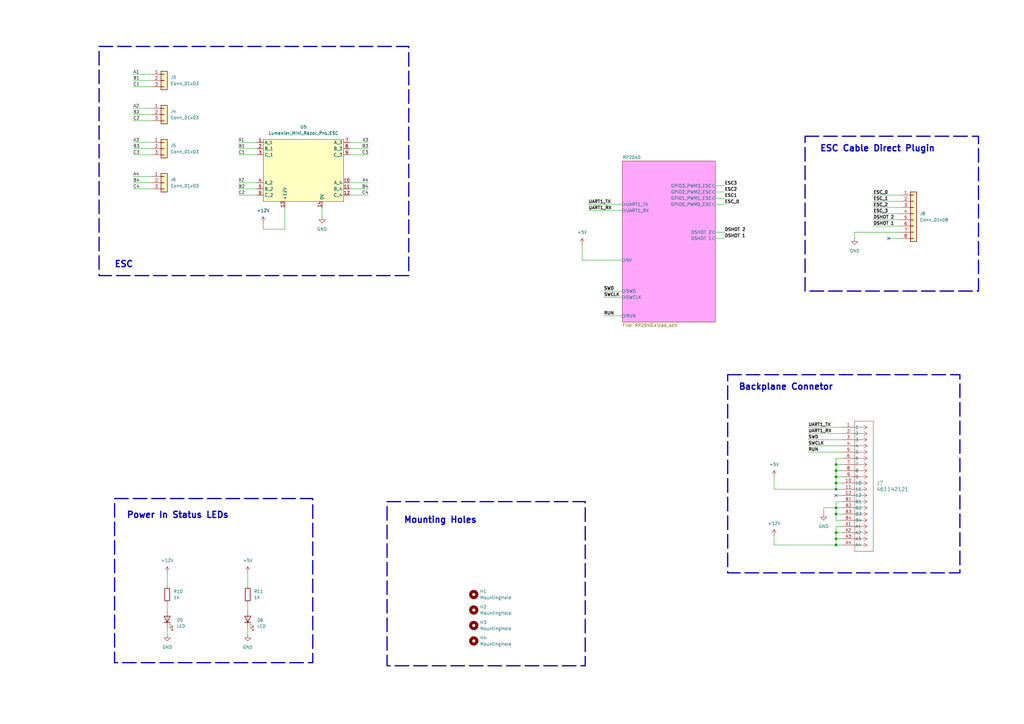
<source format=kicad_sch>
(kicad_sch (version 20231120) (generator "eeschema") (generator_version "8.0")
  (paper "A3")
  (lib_symbols
    (symbol "Connector_Generic:Conn_01x03" (pin_names (offset 1.016) hide)
      (property "Reference" "J" (at 0 5.08 0))
      (property "Value" "Conn_01x03" (at 0 -5.08 0))
      (symbol "Conn_01x03_1_1"
        (rectangle (start -1.27 -2.413) (end 0 -2.667) (stroke (width 0.1524)))
        (rectangle (start -1.27 0.127) (end 0 -0.127) (stroke (width 0.1524)))
        (rectangle (start -1.27 2.667) (end 0 2.413) (stroke (width 0.1524)))
        (rectangle (start -1.27 3.81) (end 1.27 -3.81) (stroke (width 0.254)) (fill (type background)))
        (pin passive line (at -5.08 2.54 0) (length 3.81) (name "Pin_1") (number "1"))
        (pin passive line (at -5.08 0 0) (length 3.81) (name "Pin_2") (number "2"))
        (pin passive line (at -5.08 -2.54 0) (length 3.81) (name "Pin_3") (number "3"))
      )
    )
    (symbol "Connector_Generic:Conn_01x08" (pin_names (offset 1.016) hide)
      (property "Reference" "J" (at 0 10.16 0))
      (property "Value" "Conn_01x08" (at 0 -12.7 0))
      (symbol "Conn_01x08_1_1"
        (rectangle (start -1.27 -10.033) (end 0 -10.287) (stroke (width 0.1524)))
        (rectangle (start -1.27 -7.493) (end 0 -7.747) (stroke (width 0.1524)))
        (rectangle (start -1.27 -4.953) (end 0 -5.207) (stroke (width 0.1524)))
        (rectangle (start -1.27 -2.413) (end 0 -2.667) (stroke (width 0.1524)))
        (rectangle (start -1.27 0.127) (end 0 -0.127) (stroke (width 0.1524)))
        (rectangle (start -1.27 2.667) (end 0 2.413) (stroke (width 0.1524)))
        (rectangle (start -1.27 5.207) (end 0 4.953) (stroke (width 0.1524)))
        (rectangle (start -1.27 7.747) (end 0 7.493) (stroke (width 0.1524)))
        (rectangle (start -1.27 8.89) (end 1.27 -11.43) (stroke (width 0.254)) (fill (type background)))
        (pin passive line (at -5.08 7.62 0) (length 3.81) (name "Pin_1") (number "1"))
        (pin passive line (at -5.08 5.08 0) (length 3.81) (name "Pin_2") (number "2"))
        (pin passive line (at -5.08 2.54 0) (length 3.81) (name "Pin_3") (number "3"))
        (pin passive line (at -5.08 0 0) (length 3.81) (name "Pin_4") (number "4"))
        (pin passive line (at -5.08 -2.54 0) (length 3.81) (name "Pin_5") (number "5"))
        (pin passive line (at -5.08 -5.08 0) (length 3.81) (name "Pin_6") (number "6"))
        (pin passive line (at -5.08 -7.62 0) (length 3.81) (name "Pin_7") (number "7"))
        (pin passive line (at -5.08 -10.16 0) (length 3.81) (name "Pin_8") (number "8"))
      )
    )
    (symbol "Device:LED" (pin_numbers hide) (pin_names (offset 1.016) hide)
      (property "Reference" "D" (at 0 2.54 0))
      (property "Value" "LED" (at 0 -2.54 0))
      (symbol "LED_0_1"
        (polyline (pts (xy -1.27 -1.27) (xy -1.27 1.27)) (stroke (width 0.254)))
        (polyline (pts (xy -1.27 0) (xy 1.27 0)))
        (polyline (pts (xy 1.27 -1.27) (xy 1.27 1.27) (xy -1.27 0) (xy 1.27 -1.27)) (stroke (width 0.254)))
        (polyline (pts (xy -3.048 -0.762) (xy -4.572 -2.286) (xy -3.81 -2.286) (xy -4.572 -2.286) (xy -4.572 -1.524)))
        (polyline (pts (xy -1.778 -0.762) (xy -3.302 -2.286) (xy -2.54 -2.286) (xy -3.302 -2.286) (xy -3.302 -1.524)))
      )
      (symbol "LED_1_1"
        (pin passive line (at -3.81 0 0) (length 2.54) (name "K") (number "1"))
        (pin passive line (at 3.81 0 180) (length 2.54) (name "A") (number "2"))
      )
    )
    (symbol "Device:R" (pin_numbers hide) (pin_names (offset 0))
      (property "Reference" "R" (at 2.032 0 90))
      (property "Value" "R" (at 0 0 90))
      (symbol "R_0_1"
        (rectangle (start -1.016 -2.54) (end 1.016 2.54) (stroke (width 0.254)))
      )
      (symbol "R_1_1"
        (pin passive line (at 0 3.81 270) (length 1.27) (name "~") (number "1"))
        (pin passive line (at 0 -3.81 90) (length 1.27) (name "~") (number "2"))
      )
    )
    (symbol "GND_1" (power) (pin_numbers hide) (pin_names (offset 0) hide)
      (property "Value" "GND" (at 0 -3.81 0))
      (symbol "GND_1_0_1"
        (polyline (pts (xy 0 0) (xy 0 -1.27) (xy 1.27 -1.27) (xy 0 -2.54) (xy -1.27 -1.27) (xy 0 -1.27)))
      )
      (symbol "GND_1_1_1"
        (pin power_in line (at 0 0 270) (length 0) (name "~") (number "1"))
      )
    )
    (symbol "Lumenier_Mini_Razor_Pro_ESC_1"
      (property "Reference" "U" (at 0 0 0))
      (property "Value" "Lumenier_Mini_Razor_Pro_ESC" (at 0 3.81 0))
      (symbol "Lumenier_Mini_Razor_Pro_ESC_1_1_1"
        (rectangle (start -16.51 12.7) (end 16.51 -12.7) (fill (type background)))
        (pin output line (at -19.05 11.43 0) (length 2.54) (name "A_1") (number "1"))
        (pin output line (at 19.05 -5.08 180) (length 2.54) (name "A_4") (number "10"))
        (pin output line (at 19.05 -7.62 180) (length 2.54) (name "B_4") (number "11"))
        (pin output line (at 19.05 -10.16 180) (length 2.54) (name "C_4") (number "12"))
        (pin power_in line (at -7.62 -15.24 90) (length 2.54) (name "+12V") (number "13"))
        (pin power_in line (at 7.62 -15.24 90) (length 2.54) (name "0V") (number "14"))
        (pin output line (at -19.05 8.89 0) (length 2.54) (name "B_1") (number "2"))
        (pin output line (at -19.05 6.35 0) (length 2.54) (name "C_1") (number "3"))
        (pin output line (at -19.05 -5.08 0) (length 2.54) (name "A_2") (number "4"))
        (pin output line (at -19.05 -7.62 0) (length 2.54) (name "B_2") (number "5"))
        (pin output line (at -19.05 -10.16 0) (length 2.54) (name "C_2") (number "6"))
        (pin output line (at 19.05 11.43 180) (length 2.54) (name "A_3") (number "7"))
        (pin output line (at 19.05 8.89 180) (length 2.54) (name "B_3") (number "8"))
        (pin output line (at 19.05 6.35 180) (length 2.54) (name "C_3") (number "9"))
      )
    )
    (symbol "Mechanical:MountingHole" (pin_names (offset 1.016)) (exclude_from_sim yes) (in_bom no)
      (property "Reference" "H" (at 0 5.08 0))
      (property "Value" "MountingHole" (at 0 3.175 0))
      (symbol "MountingHole_0_1"
        (circle (center 0 0) (radius 1.27) (stroke (width 1.27)))
      )
    )
    (symbol "molex_2024-08-21:461142121" (pin_names (offset 0.254))
      (property "Reference" "J" (at 8.89 6.35 0))
      (property "Value" "461142121" (at 0 0 0))
      (symbol "461142121_1_1"
        (polyline (pts (xy 5.08 -50.8) (xy 12.7 -50.8)) (stroke (width 0.127)))
        (polyline (pts (xy 5.08 2.54) (xy 5.08 -50.8)) (stroke (width 0.127)))
        (polyline (pts (xy 10.16 -48.26) (xy 5.08 -48.26)) (stroke (width 0.127)))
        (polyline (pts (xy 10.16 -48.26) (xy 8.89 -49.1067)) (stroke (width 0.127)))
        (polyline (pts (xy 10.16 -48.26) (xy 8.89 -47.4133)) (stroke (width 0.127)))
        (polyline (pts (xy 10.16 -45.72) (xy 5.08 -45.72)) (stroke (width 0.127)))
        (polyline (pts (xy 10.16 -45.72) (xy 8.89 -46.5667)) (stroke (width 0.127)))
        (polyline (pts (xy 10.16 -45.72) (xy 8.89 -44.8733)) (stroke (width 0.127)))
        (polyline (pts (xy 10.16 -43.18) (xy 5.08 -43.18)) (stroke (width 0.127)))
        (polyline (pts (xy 10.16 -43.18) (xy 8.89 -44.0267)) (stroke (width 0.127)))
        (polyline (pts (xy 10.16 -43.18) (xy 8.89 -42.3333)) (stroke (width 0.127)))
        (polyline (pts (xy 10.16 -40.64) (xy 5.08 -40.64)) (stroke (width 0.127)))
        (polyline (pts (xy 10.16 -40.64) (xy 8.89 -41.4867)) (stroke (width 0.127)))
        (polyline (pts (xy 10.16 -40.64) (xy 8.89 -39.7933)) (stroke (width 0.127)))
        (polyline (pts (xy 10.16 -38.1) (xy 5.08 -38.1)) (stroke (width 0.127)))
        (polyline (pts (xy 10.16 -38.1) (xy 8.89 -38.9467)) (stroke (width 0.127)))
        (polyline (pts (xy 10.16 -38.1) (xy 8.89 -37.2533)) (stroke (width 0.127)))
        (polyline (pts (xy 10.16 -35.56) (xy 5.08 -35.56)) (stroke (width 0.127)))
        (polyline (pts (xy 10.16 -35.56) (xy 8.89 -36.4067)) (stroke (width 0.127)))
        (polyline (pts (xy 10.16 -35.56) (xy 8.89 -34.7133)) (stroke (width 0.127)))
        (polyline (pts (xy 10.16 -33.02) (xy 5.08 -33.02)) (stroke (width 0.127)))
        (polyline (pts (xy 10.16 -33.02) (xy 8.89 -33.8667)) (stroke (width 0.127)))
        (polyline (pts (xy 10.16 -33.02) (xy 8.89 -32.1733)) (stroke (width 0.127)))
        (polyline (pts (xy 10.16 -30.48) (xy 5.08 -30.48)) (stroke (width 0.127)))
        (polyline (pts (xy 10.16 -30.48) (xy 8.89 -31.3267)) (stroke (width 0.127)))
        (polyline (pts (xy 10.16 -30.48) (xy 8.89 -29.6333)) (stroke (width 0.127)))
        (polyline (pts (xy 10.16 -27.94) (xy 5.08 -27.94)) (stroke (width 0.127)))
        (polyline (pts (xy 10.16 -27.94) (xy 8.89 -28.7867)) (stroke (width 0.127)))
        (polyline (pts (xy 10.16 -27.94) (xy 8.89 -27.0933)) (stroke (width 0.127)))
        (polyline (pts (xy 10.16 -25.4) (xy 5.08 -25.4)) (stroke (width 0.127)))
        (polyline (pts (xy 10.16 -25.4) (xy 8.89 -26.2467)) (stroke (width 0.127)))
        (polyline (pts (xy 10.16 -25.4) (xy 8.89 -24.5533)) (stroke (width 0.127)))
        (polyline (pts (xy 10.16 -22.86) (xy 5.08 -22.86)) (stroke (width 0.127)))
        (polyline (pts (xy 10.16 -22.86) (xy 8.89 -23.7067)) (stroke (width 0.127)))
        (polyline (pts (xy 10.16 -22.86) (xy 8.89 -22.0133)) (stroke (width 0.127)))
        (polyline (pts (xy 10.16 -20.32) (xy 5.08 -20.32)) (stroke (width 0.127)))
        (polyline (pts (xy 10.16 -20.32) (xy 8.89 -21.1667)) (stroke (width 0.127)))
        (polyline (pts (xy 10.16 -20.32) (xy 8.89 -19.4733)) (stroke (width 0.127)))
        (polyline (pts (xy 10.16 -17.78) (xy 5.08 -17.78)) (stroke (width 0.127)))
        (polyline (pts (xy 10.16 -17.78) (xy 8.89 -18.6267)) (stroke (width 0.127)))
        (polyline (pts (xy 10.16 -17.78) (xy 8.89 -16.9333)) (stroke (width 0.127)))
        (polyline (pts (xy 10.16 -15.24) (xy 5.08 -15.24)) (stroke (width 0.127)))
        (polyline (pts (xy 10.16 -15.24) (xy 8.89 -16.0867)) (stroke (width 0.127)))
        (polyline (pts (xy 10.16 -15.24) (xy 8.89 -14.3933)) (stroke (width 0.127)))
        (polyline (pts (xy 10.16 -12.7) (xy 5.08 -12.7)) (stroke (width 0.127)))
        (polyline (pts (xy 10.16 -12.7) (xy 8.89 -13.5467)) (stroke (width 0.127)))
        (polyline (pts (xy 10.16 -12.7) (xy 8.89 -11.8533)) (stroke (width 0.127)))
        (polyline (pts (xy 10.16 -10.16) (xy 5.08 -10.16)) (stroke (width 0.127)))
        (polyline (pts (xy 10.16 -10.16) (xy 8.89 -11.0067)) (stroke (width 0.127)))
        (polyline (pts (xy 10.16 -10.16) (xy 8.89 -9.3133)) (stroke (width 0.127)))
        (polyline (pts (xy 10.16 -7.62) (xy 5.08 -7.62)) (stroke (width 0.127)))
        (polyline (pts (xy 10.16 -7.62) (xy 8.89 -8.4667)) (stroke (width 0.127)))
        (polyline (pts (xy 10.16 -7.62) (xy 8.89 -6.7733)) (stroke (width 0.127)))
        (polyline (pts (xy 10.16 -5.08) (xy 5.08 -5.08)) (stroke (width 0.127)))
        (polyline (pts (xy 10.16 -5.08) (xy 8.89 -5.9267)) (stroke (width 0.127)))
        (polyline (pts (xy 10.16 -5.08) (xy 8.89 -4.2333)) (stroke (width 0.127)))
        (polyline (pts (xy 10.16 -2.54) (xy 5.08 -2.54)) (stroke (width 0.127)))
        (polyline (pts (xy 10.16 -2.54) (xy 8.89 -3.3867)) (stroke (width 0.127)))
        (polyline (pts (xy 10.16 -2.54) (xy 8.89 -1.6933)) (stroke (width 0.127)))
        (polyline (pts (xy 10.16 0) (xy 5.08 0)) (stroke (width 0.127)))
        (polyline (pts (xy 10.16 0) (xy 8.89 -0.8467)) (stroke (width 0.127)))
        (polyline (pts (xy 10.16 0) (xy 8.89 0.8467)) (stroke (width 0.127)))
        (polyline (pts (xy 12.7 -50.8) (xy 12.7 2.54)) (stroke (width 0.127)))
        (polyline (pts (xy 12.7 2.54) (xy 5.08 2.54)) (stroke (width 0.127)))
        (pin unspecified line (at 0 0 0) (length 5.08) (name "1") (number "1"))
        (pin unspecified line (at 0 -22.86 0) (length 5.08) (name "10") (number "10"))
        (pin unspecified line (at 0 -25.4 0) (length 5.08) (name "11") (number "11"))
        (pin unspecified line (at 0 -27.94 0) (length 5.08) (name "12") (number "12"))
        (pin unspecified line (at 0 -2.54 0) (length 5.08) (name "2") (number "2"))
        (pin unspecified line (at 0 -5.08 0) (length 5.08) (name "3") (number "3"))
        (pin unspecified line (at 0 -7.62 0) (length 5.08) (name "4") (number "4"))
        (pin unspecified line (at 0 -10.16 0) (length 5.08) (name "5") (number "5"))
        (pin unspecified line (at 0 -12.7 0) (length 5.08) (name "6") (number "6"))
        (pin unspecified line (at 0 -15.24 0) (length 5.08) (name "7") (number "7"))
        (pin unspecified line (at 0 -17.78 0) (length 5.08) (name "8") (number "8"))
        (pin unspecified line (at 0 -20.32 0) (length 5.08) (name "9") (number "9"))
        (pin unspecified line (at 0 -40.64 0) (length 5.08) (name "A1") (number "A1"))
        (pin unspecified line (at 0 -43.18 0) (length 5.08) (name "A2") (number "A2"))
        (pin unspecified line (at 0 -45.72 0) (length 5.08) (name "A3") (number "A3"))
        (pin unspecified line (at 0 -48.26 0) (length 5.08) (name "A4") (number "A4"))
        (pin unspecified line (at 0 -30.48 0) (length 5.08) (name "B1") (number "B1"))
        (pin unspecified line (at 0 -33.02 0) (length 5.08) (name "B2") (number "B2"))
        (pin unspecified line (at 0 -35.56 0) (length 5.08) (name "B3") (number "B3"))
        (pin unspecified line (at 0 -38.1 0) (length 5.08) (name "B4") (number "B4"))
      )
      (symbol "461142121_1_2"
        (polyline (pts (xy 5.08 -50.8) (xy 12.7 -50.8)) (stroke (width 0.127)))
        (polyline (pts (xy 5.08 2.54) (xy 5.08 -50.8)) (stroke (width 0.127)))
        (polyline (pts (xy 7.62 -48.26) (xy 5.08 -48.26)) (stroke (width 0.127)))
        (polyline (pts (xy 7.62 -48.26) (xy 8.89 -49.1067)) (stroke (width 0.127)))
        (polyline (pts (xy 7.62 -48.26) (xy 8.89 -47.4133)) (stroke (width 0.127)))
        (polyline (pts (xy 7.62 -45.72) (xy 5.08 -45.72)) (stroke (width 0.127)))
        (polyline (pts (xy 7.62 -45.72) (xy 8.89 -46.5667)) (stroke (width 0.127)))
        (polyline (pts (xy 7.62 -45.72) (xy 8.89 -44.8733)) (stroke (width 0.127)))
        (polyline (pts (xy 7.62 -43.18) (xy 5.08 -43.18)) (stroke (width 0.127)))
        (polyline (pts (xy 7.62 -43.18) (xy 8.89 -44.0267)) (stroke (width 0.127)))
        (polyline (pts (xy 7.62 -43.18) (xy 8.89 -42.3333)) (stroke (width 0.127)))
        (polyline (pts (xy 7.62 -40.64) (xy 5.08 -40.64)) (stroke (width 0.127)))
        (polyline (pts (xy 7.62 -40.64) (xy 8.89 -41.4867)) (stroke (width 0.127)))
        (polyline (pts (xy 7.62 -40.64) (xy 8.89 -39.7933)) (stroke (width 0.127)))
        (polyline (pts (xy 7.62 -38.1) (xy 5.08 -38.1)) (stroke (width 0.127)))
        (polyline (pts (xy 7.62 -38.1) (xy 8.89 -38.9467)) (stroke (width 0.127)))
        (polyline (pts (xy 7.62 -38.1) (xy 8.89 -37.2533)) (stroke (width 0.127)))
        (polyline (pts (xy 7.62 -35.56) (xy 5.08 -35.56)) (stroke (width 0.127)))
        (polyline (pts (xy 7.62 -35.56) (xy 8.89 -36.4067)) (stroke (width 0.127)))
        (polyline (pts (xy 7.62 -35.56) (xy 8.89 -34.7133)) (stroke (width 0.127)))
        (polyline (pts (xy 7.62 -33.02) (xy 5.08 -33.02)) (stroke (width 0.127)))
        (polyline (pts (xy 7.62 -33.02) (xy 8.89 -33.8667)) (stroke (width 0.127)))
        (polyline (pts (xy 7.62 -33.02) (xy 8.89 -32.1733)) (stroke (width 0.127)))
        (polyline (pts (xy 7.62 -30.48) (xy 5.08 -30.48)) (stroke (width 0.127)))
        (polyline (pts (xy 7.62 -30.48) (xy 8.89 -31.3267)) (stroke (width 0.127)))
        (polyline (pts (xy 7.62 -30.48) (xy 8.89 -29.6333)) (stroke (width 0.127)))
        (polyline (pts (xy 7.62 -27.94) (xy 5.08 -27.94)) (stroke (width 0.127)))
        (polyline (pts (xy 7.62 -27.94) (xy 8.89 -28.7867)) (stroke (width 0.127)))
        (polyline (pts (xy 7.62 -27.94) (xy 8.89 -27.0933)) (stroke (width 0.127)))
        (polyline (pts (xy 7.62 -25.4) (xy 5.08 -25.4)) (stroke (width 0.127)))
        (polyline (pts (xy 7.62 -25.4) (xy 8.89 -26.2467)) (stroke (width 0.127)))
        (polyline (pts (xy 7.62 -25.4) (xy 8.89 -24.5533)) (stroke (width 0.127)))
        (polyline (pts (xy 7.62 -22.86) (xy 5.08 -22.86)) (stroke (width 0.127)))
        (polyline (pts (xy 7.62 -22.86) (xy 8.89 -23.7067)) (stroke (width 0.127)))
        (polyline (pts (xy 7.62 -22.86) (xy 8.89 -22.0133)) (stroke (width 0.127)))
        (polyline (pts (xy 7.62 -20.32) (xy 5.08 -20.32)) (stroke (width 0.127)))
        (polyline (pts (xy 7.62 -20.32) (xy 8.89 -21.1667)) (stroke (width 0.127)))
        (polyline (pts (xy 7.62 -20.32) (xy 8.89 -19.4733)) (stroke (width 0.127)))
        (polyline (pts (xy 7.62 -17.78) (xy 5.08 -17.78)) (stroke (width 0.127)))
        (polyline (pts (xy 7.62 -17.78) (xy 8.89 -18.6267)) (stroke (width 0.127)))
        (polyline (pts (xy 7.62 -17.78) (xy 8.89 -16.9333)) (stroke (width 0.127)))
        (polyline (pts (xy 7.62 -15.24) (xy 5.08 -15.24)) (stroke (width 0.127)))
        (polyline (pts (xy 7.62 -15.24) (xy 8.89 -16.0867)) (stroke (width 0.127)))
        (polyline (pts (xy 7.62 -15.24) (xy 8.89 -14.3933)) (stroke (width 0.127)))
        (polyline (pts (xy 7.62 -12.7) (xy 5.08 -12.7)) (stroke (width 0.127)))
        (polyline (pts (xy 7.62 -12.7) (xy 8.89 -13.5467)) (stroke (width 0.127)))
        (polyline (pts (xy 7.62 -12.7) (xy 8.89 -11.8533)) (stroke (width 0.127)))
        (polyline (pts (xy 7.62 -10.16) (xy 5.08 -10.16)) (stroke (width 0.127)))
        (polyline (pts (xy 7.62 -10.16) (xy 8.89 -11.0067)) (stroke (width 0.127)))
        (polyline (pts (xy 7.62 -10.16) (xy 8.89 -9.3133)) (stroke (width 0.127)))
        (polyline (pts (xy 7.62 -7.62) (xy 5.08 -7.62)) (stroke (width 0.127)))
        (polyline (pts (xy 7.62 -7.62) (xy 8.89 -8.4667)) (stroke (width 0.127)))
        (polyline (pts (xy 7.62 -7.62) (xy 8.89 -6.7733)) (stroke (width 0.127)))
        (polyline (pts (xy 7.62 -5.08) (xy 5.08 -5.08)) (stroke (width 0.127)))
        (polyline (pts (xy 7.62 -5.08) (xy 8.89 -5.9267)) (stroke (width 0.127)))
        (polyline (pts (xy 7.62 -5.08) (xy 8.89 -4.2333)) (stroke (width 0.127)))
        (polyline (pts (xy 7.62 -2.54) (xy 5.08 -2.54)) (stroke (width 0.127)))
        (polyline (pts (xy 7.62 -2.54) (xy 8.89 -3.3867)) (stroke (width 0.127)))
        (polyline (pts (xy 7.62 -2.54) (xy 8.89 -1.6933)) (stroke (width 0.127)))
        (polyline (pts (xy 7.62 0) (xy 5.08 0)) (stroke (width 0.127)))
        (polyline (pts (xy 7.62 0) (xy 8.89 -0.8467)) (stroke (width 0.127)))
        (polyline (pts (xy 7.62 0) (xy 8.89 0.8467)) (stroke (width 0.127)))
        (polyline (pts (xy 12.7 -50.8) (xy 12.7 2.54)) (stroke (width 0.127)))
        (polyline (pts (xy 12.7 2.54) (xy 5.08 2.54)) (stroke (width 0.127)))
        (pin unspecified line (at 0 0 0) (length 5.08) (name "1") (number "1"))
        (pin unspecified line (at 0 -22.86 0) (length 5.08) (name "10") (number "10"))
        (pin unspecified line (at 0 -25.4 0) (length 5.08) (name "11") (number "11"))
        (pin unspecified line (at 0 -27.94 0) (length 5.08) (name "12") (number "12"))
        (pin unspecified line (at 0 -2.54 0) (length 5.08) (name "2") (number "2"))
        (pin unspecified line (at 0 -5.08 0) (length 5.08) (name "3") (number "3"))
        (pin unspecified line (at 0 -7.62 0) (length 5.08) (name "4") (number "4"))
        (pin unspecified line (at 0 -10.16 0) (length 5.08) (name "5") (number "5"))
        (pin unspecified line (at 0 -12.7 0) (length 5.08) (name "6") (number "6"))
        (pin unspecified line (at 0 -15.24 0) (length 5.08) (name "7") (number "7"))
        (pin unspecified line (at 0 -17.78 0) (length 5.08) (name "8") (number "8"))
        (pin unspecified line (at 0 -20.32 0) (length 5.08) (name "9") (number "9"))
        (pin unspecified line (at 0 -40.64 0) (length 5.08) (name "A1") (number "A1"))
        (pin unspecified line (at 0 -43.18 0) (length 5.08) (name "A2") (number "A2"))
        (pin unspecified line (at 0 -45.72 0) (length 5.08) (name "A3") (number "A3"))
        (pin unspecified line (at 0 -48.26 0) (length 5.08) (name "A4") (number "A4"))
        (pin unspecified line (at 0 -30.48 0) (length 5.08) (name "B1") (number "B1"))
        (pin unspecified line (at 0 -33.02 0) (length 5.08) (name "B2") (number "B2"))
        (pin unspecified line (at 0 -35.56 0) (length 5.08) (name "B3") (number "B3"))
        (pin unspecified line (at 0 -38.1 0) (length 5.08) (name "B4") (number "B4"))
      )
    )
    (symbol "power:+12V" (power) (pin_numbers hide) (pin_names (offset 0) hide)
      (property "Value" "+12V" (at 0 3.556 0))
      (symbol "+12V_0_1"
        (polyline (pts (xy -0.762 1.27) (xy 0 2.54)))
        (polyline (pts (xy 0 0) (xy 0 2.54)))
        (polyline (pts (xy 0 2.54) (xy 0.762 1.27)))
      )
      (symbol "+12V_1_1"
        (pin power_in line (at 0 0 90) (length 0) (name "~") (number "1"))
      )
    )
    (symbol "power:+5V" (power) (pin_numbers hide) (pin_names (offset 0) hide)
      (property "Value" "+5V" (at 0 3.556 0))
      (symbol "+5V_0_1"
        (polyline (pts (xy -0.762 1.27) (xy 0 2.54)))
        (polyline (pts (xy 0 0) (xy 0 2.54)))
        (polyline (pts (xy 0 2.54) (xy 0.762 1.27)))
      )
      (symbol "+5V_1_1"
        (pin power_in line (at 0 0 90) (length 0) (name "~") (number "1"))
      )
    )
    (symbol "power:GND" (power) (pin_numbers hide) (pin_names (offset 0) hide)
      (property "Value" "GND" (at 0 -3.81 0))
      (symbol "GND_0_1"
        (polyline (pts (xy 0 0) (xy 0 -1.27) (xy 1.27 -1.27) (xy 0 -2.54) (xy -1.27 -1.27) (xy 0 -1.27)))
      )
      (symbol "GND_1_1"
        (pin power_in line (at 0 0 270) (length 0) (name "~") (number "1"))
      )
    )
  )
  (junction (at 342.9 210.82))
  (junction (at 342.9 193.04))
  (junction (at 342.9 223.52))
  (junction (at 342.9 198.12))
  (junction (at 342.9 195.58))
  (junction (at 342.9 220.98))
  (junction (at 342.9 208.28))
  (junction (at 342.9 200.66))
  (junction (at 342.9 218.44))
  (junction (at 342.9 190.5))
  (no_connect (at 364.49 97.79))
  (no_connect (at 342.9 203.2))
  (wire (pts (xy 68.58 247.65) (xy 68.58 250.19)))
  (wire (pts (xy 342.9 190.5) (xy 345.44 190.5)))
  (wire (pts (xy 54.61 30.48) (xy 62.23 30.48)))
  (wire (pts (xy 143.51 63.5) (xy 151.13 63.5)))
  (wire (pts (xy 342.9 198.12) (xy 342.9 200.66)))
  (wire (pts (xy 54.61 49.53) (xy 62.23 49.53)))
  (wire (pts (xy 342.9 187.96) (xy 345.44 187.96)))
  (wire (pts (xy 342.9 218.44) (xy 342.9 215.9)))
  (wire (pts (xy 342.9 208.28) (xy 342.9 205.74)))
  (wire (pts (xy 331.47 175.26) (xy 345.44 175.26)))
  (wire (pts (xy 54.61 74.93) (xy 62.23 74.93)))
  (wire (pts (xy 337.82 210.82) (xy 337.82 208.28)))
  (wire (pts (xy 68.58 234.95) (xy 68.58 240.03)))
  (wire (pts (xy 342.9 213.36) (xy 342.9 210.82)))
  (wire (pts (xy 345.44 223.52) (xy 342.9 223.52)))
  (wire (pts (xy 342.9 203.2) (xy 345.44 203.2)))
  (wire (pts (xy 342.9 193.04) (xy 345.44 193.04)))
  (wire (pts (xy 358.14 82.55) (xy 369.57 82.55)))
  (wire (pts (xy 342.9 220.98) (xy 342.9 218.44)))
  (wire (pts (xy 143.51 77.47) (xy 151.13 77.47)))
  (wire (pts (xy 54.61 46.99) (xy 62.23 46.99)))
  (wire (pts (xy 317.5 195.58) (xy 317.5 200.66)))
  (wire (pts (xy 358.14 92.71) (xy 369.57 92.71)))
  (wire (pts (xy 331.47 177.8) (xy 345.44 177.8)))
  (wire (pts (xy 54.61 77.47) (xy 62.23 77.47)))
  (wire (pts (xy 54.61 63.5) (xy 62.23 63.5)))
  (wire (pts (xy 116.84 93.98) (xy 116.84 85.09)))
  (wire (pts (xy 97.79 80.01) (xy 105.41 80.01)))
  (wire (pts (xy 331.47 185.42) (xy 345.44 185.42)))
  (wire (pts (xy 331.47 180.34) (xy 345.44 180.34)))
  (wire (pts (xy 358.14 80.01) (xy 369.57 80.01)))
  (wire (pts (xy 241.3 83.82) (xy 255.27 83.82)))
  (wire (pts (xy 101.6 257.81) (xy 101.6 260.35)))
  (wire (pts (xy 358.14 90.17) (xy 369.57 90.17)))
  (wire (pts (xy 342.9 200.66) (xy 345.44 200.66)))
  (wire (pts (xy 54.61 60.96) (xy 62.23 60.96)))
  (wire (pts (xy 293.37 81.28) (xy 297.18 81.28)))
  (wire (pts (xy 293.37 97.79) (xy 297.18 97.79)))
  (wire (pts (xy 54.61 44.45) (xy 62.23 44.45)))
  (wire (pts (xy 342.9 215.9) (xy 345.44 215.9)))
  (wire (pts (xy 350.52 95.25) (xy 350.52 97.79)))
  (wire (pts (xy 342.9 220.98) (xy 345.44 220.98)))
  (wire (pts (xy 317.5 219.71) (xy 317.5 223.52)))
  (wire (pts (xy 97.79 63.5) (xy 105.41 63.5)))
  (wire (pts (xy 97.79 74.93) (xy 105.41 74.93)))
  (wire (pts (xy 68.58 257.81) (xy 68.58 260.35)))
  (wire (pts (xy 107.95 93.98) (xy 116.84 93.98)))
  (wire (pts (xy 107.95 91.44) (xy 107.95 93.98)))
  (wire (pts (xy 143.51 58.42) (xy 151.13 58.42)))
  (wire (pts (xy 345.44 213.36) (xy 342.9 213.36)))
  (wire (pts (xy 342.9 190.5) (xy 342.9 187.96)))
  (wire (pts (xy 238.76 106.68) (xy 255.27 106.68)))
  (wire (pts (xy 364.49 97.79) (xy 369.57 97.79)))
  (wire (pts (xy 247.65 129.54) (xy 255.27 129.54)))
  (wire (pts (xy 132.08 85.09) (xy 132.08 88.9)))
  (wire (pts (xy 342.9 218.44) (xy 345.44 218.44)))
  (wire (pts (xy 247.65 119.38) (xy 255.27 119.38)))
  (wire (pts (xy 342.9 208.28) (xy 345.44 208.28)))
  (wire (pts (xy 241.3 86.36) (xy 255.27 86.36)))
  (wire (pts (xy 101.6 247.65) (xy 101.6 250.19)))
  (wire (pts (xy 293.37 76.2) (xy 297.18 76.2)))
  (wire (pts (xy 97.79 60.96) (xy 105.41 60.96)))
  (wire (pts (xy 238.76 100.33) (xy 238.76 106.68)))
  (wire (pts (xy 54.61 72.39) (xy 62.23 72.39)))
  (wire (pts (xy 342.9 210.82) (xy 345.44 210.82)))
  (wire (pts (xy 337.82 208.28) (xy 342.9 208.28)))
  (wire (pts (xy 247.65 121.92) (xy 255.27 121.92)))
  (wire (pts (xy 342.9 210.82) (xy 342.9 208.28)))
  (wire (pts (xy 331.47 182.88) (xy 345.44 182.88)))
  (wire (pts (xy 358.14 85.09) (xy 369.57 85.09)))
  (wire (pts (xy 54.61 33.02) (xy 62.23 33.02)))
  (wire (pts (xy 101.6 234.95) (xy 101.6 240.03)))
  (wire (pts (xy 342.9 195.58) (xy 342.9 198.12)))
  (wire (pts (xy 342.9 198.12) (xy 345.44 198.12)))
  (wire (pts (xy 317.5 200.66) (xy 342.9 200.66)))
  (wire (pts (xy 358.14 87.63) (xy 369.57 87.63)))
  (wire (pts (xy 97.79 77.47) (xy 105.41 77.47)))
  (wire (pts (xy 293.37 83.82) (xy 297.18 83.82)))
  (wire (pts (xy 54.61 58.42) (xy 62.23 58.42)))
  (wire (pts (xy 342.9 193.04) (xy 342.9 190.5)))
  (wire (pts (xy 293.37 78.74) (xy 297.18 78.74)))
  (wire (pts (xy 342.9 223.52) (xy 342.9 220.98)))
  (wire (pts (xy 317.5 223.52) (xy 342.9 223.52)))
  (wire (pts (xy 54.61 35.56) (xy 62.23 35.56)))
  (wire (pts (xy 350.52 95.25) (xy 369.57 95.25)))
  (wire (pts (xy 342.9 195.58) (xy 342.9 193.04)))
  (wire (pts (xy 143.51 80.01) (xy 151.13 80.01)))
  (wire (pts (xy 97.79 58.42) (xy 105.41 58.42)))
  (wire (pts (xy 342.9 205.74) (xy 345.44 205.74)))
  (wire (pts (xy 293.37 95.25) (xy 297.18 95.25)))
  (wire (pts (xy 143.51 74.93) (xy 151.13 74.93)))
  (wire (pts (xy 345.44 195.58) (xy 342.9 195.58)))
  (wire (pts (xy 143.51 60.96) (xy 151.13 60.96)))
  (rectangle (start 330.2 55.88) (end 401.32 119.38) (stroke (width 0.508) (type dash)))
  (rectangle (start 158.75 205.74) (end 240.03 273.05) (stroke (width 0.508) (type dash)))
  (rectangle (start 298.45 153.67) (end 393.7 234.95) (stroke (width 0.508) (type dash)))
  (rectangle (start 40.64 19.05) (end 167.64 113.03) (stroke (width 0.508) (type dash)))
  (rectangle (start 46.99 204.47) (end 128.27 271.78) (stroke (width 0.508) (type dash)))
  (text "ESC" (at 50.8 108.458 0) (effects (font (size 2.54 2.54) (thickness 0.508) (bold yes))))
  (text "Mounting Holes\n" (at 180.594 213.36 0) (effects (font (size 2.54 2.54) (thickness 0.508) (bold yes))))
  (text "Power In Status LEDs" (at 72.898 211.328 0) (effects (font (size 2.54 2.54) (thickness 0.508) (bold yes))))
  (text "ESC Cable Direct Plugin" (at 359.918 60.96 0) (effects (font (size 2.54 2.54) (thickness 0.508) (bold yes))))
  (text "Backplane Connetor" (at 322.326 158.75 0) (effects (font (size 2.54 2.54) (thickness 0.508) (bold yes))))
  (label "B1" (at 97.79 60.96 0))
  (label "A4" (at 151.13 74.93 180))
  (label "C3" (at 151.13 63.5 180))
  (label "RUN" (at 331.47 185.42 0) (effects (font (bold yes))))
  (label "SWCLK" (at 331.47 182.88 0) (effects (font (bold yes))))
  (label "UART1_TX" (at 241.3 83.82 0) (effects (font (bold yes))))
  (label "ESC3" (at 297.18 76.2 0) (effects (font (bold yes))))
  (label "B3" (at 151.13 60.96 180))
  (label "SWD" (at 331.47 180.34 0) (effects (font (bold yes))))
  (label "B3" (at 54.61 60.96 0))
  (label "C1" (at 54.61 35.56 0))
  (label "C4" (at 54.61 77.47 0))
  (label "C3" (at 54.61 63.5 0))
  (label "A2" (at 54.61 44.45 0))
  (label "B4" (at 54.61 74.93 0))
  (label "SWCLK" (at 247.65 121.92 0) (effects (font (bold yes))))
  (label "DSHOT 2" (at 297.18 95.25 0) (effects (font (bold yes))))
  (label "ESC2" (at 297.18 78.74 0) (effects (font (bold yes))))
  (label "B4" (at 151.13 77.47 180))
  (label "DSHOT 1" (at 297.18 97.79 0) (effects (font (bold yes))))
  (label "C2" (at 54.61 49.53 0))
  (label "C2" (at 97.79 80.01 0))
  (label "DSHOT 2" (at 358.14 90.17 0) (effects (font (bold yes))))
  (label "C4" (at 151.13 80.01 180))
  (label "SWD" (at 247.65 119.38 0) (effects (font (bold yes))))
  (label "A1" (at 54.61 30.48 0))
  (label "C1" (at 97.79 63.5 0))
  (label "ESC_1" (at 358.14 82.55 0) (effects (font (bold yes))))
  (label "A1" (at 97.79 58.42 0))
  (label "A2" (at 97.79 74.93 0))
  (label "ESC_0" (at 297.18 83.82 0) (effects (font (bold yes))))
  (label "ESC_2" (at 358.14 85.09 0) (effects (font (bold yes))))
  (label "DSHOT 1" (at 358.14 92.71 0) (effects (font (bold yes))))
  (label "UART1_RX" (at 331.47 177.8 0) (effects (font (bold yes))))
  (label "RUN" (at 247.65 129.54 0) (effects (font (bold yes))))
  (label "B1" (at 54.61 33.02 0))
  (label "UART1_RX" (at 241.3 86.36 0) (effects (font (bold yes))))
  (label "ESC_3" (at 358.14 87.63 0) (effects (font (bold yes))))
  (label "A3" (at 54.61 58.42 0))
  (label "ESC_0" (at 358.14 80.01 0) (effects (font (bold yes))))
  (label "A3" (at 151.13 58.42 180))
  (label "B2" (at 97.79 77.47 0))
  (label "A4" (at 54.61 72.39 0))
  (label "UART1_TX" (at 331.47 175.26 0) (effects (font (bold yes))))
  (label "ESC1" (at 297.18 81.28 0) (effects (font (bold yes))))
  (label "B2" (at 54.61 46.99 0))
  (symbol (lib_name "Lumenier_Mini_Razor_Pro_ESC_1") (lib_id "Lumenier_Mini_Razor_Pro_ESC:Lumenier_Mini_Razor_Pro_ESC") (at 124.46 69.85 0) (unit 1)
    (property "Reference" "U5" (at 124.46 52.07 0))
    (property "Value" "Lumenier_Mini_Razor_Pro_ESC" (at 124.46 54.61 0))
  )
  (symbol (lib_id "power:+12V") (at 68.58 234.95 0) (unit 1)
    (property "Reference" "#PWR035" (effects (hide yes)))
    (property "Value" "+12V" (at 68.58 229.87 0))
    (property "Description" "Power symbol creates a global label with name \"+12V\"" (effects (hide yes)))
  )
  (symbol (lib_id "power:GND") (at 337.82 210.82 0) (unit 1)
    (property "Reference" "#PWR040" (effects (hide yes)))
    (property "Value" "GND" (at 337.82 215.9 0))
    (property "Description" "Power symbol creates a global label with name \"GND\" , ground" (effects (hide yes)))
  )
  (symbol (lib_id "molex_2024-08-21:461142121") (at 345.44 175.26 0) (unit 1)
    (property "Reference" "J7" (at 359.41 198.1199 0) (effects (font (size 1.524 1.524)) (justify left)))
    (property "Value" "461142121" (at 359.41 200.6599 0) (effects (font (size 1.524 1.524)) (justify left)))
    (property "Footprint" "CON_461142121" (effects (hide yes)))
    (property "Datasheet" "461142121" (effects (hide yes)))
  )
  (symbol (lib_id "power:+12V") (at 317.5 219.71 0) (unit 1)
    (property "Reference" "#PWR039" (effects (hide yes)))
    (property "Value" "+12V" (at 317.5 214.63 0))
    (property "Description" "Power symbol creates a global label with name \"+12V\"" (effects (hide yes)))
  )
  (symbol (lib_id "Connector_Generic:Conn_01x03") (at 67.31 33.02 0) (unit 1)
    (property "Reference" "J3" (at 69.85 31.7499 0) (effects (justify left)))
    (property "Value" "Conn_01x03" (at 69.85 34.2899 0) (effects (justify left)))
    (property "Description" "Generic connector, single row, 01x03, script generated (kicad-library-utils/schlib/autogen/connector/)" (effects (hide yes)))
  )
  (symbol (lib_id "Connector_Generic:Conn_01x03") (at 67.31 74.93 0) (unit 1)
    (property "Reference" "J6" (at 69.85 73.6599 0) (effects (justify left)))
    (property "Value" "Conn_01x03" (at 69.85 76.1999 0) (effects (justify left)))
    (property "Description" "Generic connector, single row, 01x03, script generated (kicad-library-utils/schlib/autogen/connector/)" (effects (hide yes)))
  )
  (symbol (lib_id "power:+5V") (at 317.5 195.58 0) (unit 1)
    (property "Reference" "#PWR041" (effects (hide yes)))
    (property "Value" "+5V" (at 317.5 190.5 0))
    (property "Description" "Power symbol creates a global label with name \"+5V\"" (effects (hide yes)))
  )
  (symbol (lib_id "power:+5V") (at 101.6 234.95 0) (unit 1)
    (property "Reference" "#PWR036" (effects (hide yes)))
    (property "Value" "+5V" (at 101.6 229.87 0))
    (property "Description" "Power symbol creates a global label with name \"+5V\"" (effects (hide yes)))
  )
  (symbol (lib_name "GND_1") (lib_id "power:GND") (at 68.58 260.35 0) (unit 1)
    (property "Reference" "#PWR034" (effects (hide yes)))
    (property "Value" "GND" (at 68.58 265.43 0))
    (property "Description" "Power symbol creates a global label with name \"GND\" , ground" (effects (hide yes)))
  )
  (symbol (lib_id "power:+5V") (at 238.76 100.33 0) (unit 1)
    (property "Reference" "#PWR031" (effects (hide yes)))
    (property "Value" "+5V" (at 238.76 95.25 0))
    (property "Description" "Power symbol creates a global label with name \"+5V\"" (effects (hide yes)))
  )
  (symbol (lib_id "power:GND") (at 132.08 88.9 0) (unit 1)
    (property "Reference" "#PWR032" (effects (hide yes)))
    (property "Value" "GND" (at 132.08 93.98 0))
    (property "Description" "Power symbol creates a global label with name \"GND\" , ground" (effects (hide yes)))
  )
  (symbol (lib_id "Device:R") (at 101.6 243.84 0) (unit 1)
    (property "Reference" "R11" (at 104.14 242.5699 0) (effects (justify left)))
    (property "Value" "1K" (at 104.14 245.1099 0) (effects (justify left)))
    (property "Description" "Resistor" (effects (hide yes)))
  )
  (symbol (lib_id "Connector_Generic:Conn_01x03") (at 67.31 60.96 0) (unit 1)
    (property "Reference" "J5" (at 69.85 59.6899 0) (effects (justify left)))
    (property "Value" "Conn_01x03" (at 69.85 62.2299 0) (effects (justify left)))
    (property "Description" "Generic connector, single row, 01x03, script generated (kicad-library-utils/schlib/autogen/connector/)" (effects (hide yes)))
  )
  (symbol (lib_id "Mechanical:MountingHole") (at 194.31 243.84 0) (unit 1) (exclude_from_sim yes) (in_bom no)
    (property "Reference" "H1" (at 196.85 242.5699 0) (effects (justify left)))
    (property "Value" "MountingHole" (at 196.85 245.1099 0) (effects (justify left)))
    (property "Description" "Mounting Hole without connection" (effects (hide yes)))
  )
  (symbol (lib_id "Connector_Generic:Conn_01x03") (at 67.31 46.99 0) (unit 1)
    (property "Reference" "J4" (at 69.85 45.7199 0) (effects (justify left)))
    (property "Value" "Conn_01x03" (at 69.85 48.2599 0) (effects (justify left)))
    (property "Description" "Generic connector, single row, 01x03, script generated (kicad-library-utils/schlib/autogen/connector/)" (effects (hide yes)))
  )
  (symbol (lib_id "Mechanical:MountingHole") (at 194.31 262.89 0) (unit 1) (exclude_from_sim yes) (in_bom no)
    (property "Reference" "H4" (at 196.85 261.6199 0) (effects (justify left)))
    (property "Value" "MountingHole" (at 196.85 264.1599 0) (effects (justify left)))
    (property "Description" "Mounting Hole without connection" (effects (hide yes)))
  )
  (symbol (lib_name "GND_1") (lib_id "power:GND") (at 101.6 260.35 0) (unit 1)
    (property "Reference" "#PWR037" (effects (hide yes)))
    (property "Value" "GND" (at 101.6 265.43 0))
    (property "Description" "Power symbol creates a global label with name \"GND\" , ground" (effects (hide yes)))
  )
  (symbol (lib_id "power:+12V") (at 107.95 91.44 0) (unit 1)
    (property "Reference" "#PWR033" (effects (hide yes)))
    (property "Value" "+12V" (at 107.95 86.36 0))
    (property "Description" "Power symbol creates a global label with name \"+12V\"" (effects (hide yes)))
  )
  (symbol (lib_id "Device:LED") (at 101.6 254 90) (unit 1)
    (property "Reference" "D6" (at 105.41 254.3174 90) (effects (justify right)))
    (property "Value" "LED" (at 105.41 256.8574 90) (effects (justify right)))
    (property "Description" "Light emitting diode" (effects (hide yes)))
  )
  (symbol (lib_id "Device:LED") (at 68.58 254 90) (unit 1)
    (property "Reference" "D5" (at 72.39 254.3174 90) (effects (justify right)))
    (property "Value" "LED" (at 72.39 256.8574 90) (effects (justify right)))
    (property "Description" "Light emitting diode" (effects (hide yes)))
  )
  (symbol (lib_id "power:GND") (at 350.52 97.79 0) (unit 1)
    (property "Reference" "#PWR038" (effects (hide yes)))
    (property "Value" "GND" (at 350.52 102.87 0))
    (property "Description" "Power symbol creates a global label with name \"GND\" , ground" (effects (hide yes)))
  )
  (symbol (lib_id "Device:R") (at 68.58 243.84 0) (unit 1)
    (property "Reference" "R10" (at 71.12 242.5699 0) (effects (justify left)))
    (property "Value" "1K" (at 71.12 245.1099 0) (effects (justify left)))
    (property "Description" "Resistor" (effects (hide yes)))
  )
  (symbol (lib_id "Mechanical:MountingHole") (at 194.31 256.54 0) (unit 1) (exclude_from_sim yes) (in_bom no)
    (property "Reference" "H3" (at 196.85 255.2699 0) (effects (justify left)))
    (property "Value" "MountingHole" (at 196.85 257.8099 0) (effects (justify left)))
    (property "Description" "Mounting Hole without connection" (effects (hide yes)))
  )
  (symbol (lib_id "Mechanical:MountingHole") (at 194.31 250.19 0) (unit 1) (exclude_from_sim yes) (in_bom no)
    (property "Reference" "H2" (at 196.85 248.9199 0) (effects (justify left)))
    (property "Value" "MountingHole" (at 196.85 251.4599 0) (effects (justify left)))
    (property "Description" "Mounting Hole without connection" (effects (hide yes)))
  )
  (symbol (lib_id "Connector_Generic:Conn_01x08") (at 374.65 87.63 0) (unit 1)
    (property "Reference" "J8" (at 377.19 87.6299 0) (effects (justify left)))
    (property "Value" "Conn_01x08" (at 377.19 90.1699 0) (effects (justify left)))
    (property "Description" "Generic connector, single row, 01x08, script generated (kicad-library-utils/schlib/autogen/connector/)" (effects (hide yes)))
  )
  (sheet (at 255.27 66.04) (size 38.1 66.04) (stroke (width 0.1524)) (fill (color 255 165 252 1.0000))
    (property "Sheetname" "RP2040" (at 255.27 65.3284 0) (effects (justify left bottom)))
    (property "Sheetfile" "RP2040.kicad_sch" (at 255.27 132.6646 0) (effects (justify left top)))
    (pin "RUN" input (at 255.27 129.54 180))
    (pin "SWCLK" input (at 255.27 121.92 180))
    (pin "SWD" input (at 255.27 119.38 180))
    (pin "GPIO2_PWM2_ESC" input (at 293.37 78.74 0))
    (pin "GPIO3_PWM3_ESC" input (at 293.37 76.2 0))
    (pin "GPIO1_PWM1_ESC" input (at 293.37 81.28 0))
    (pin "GPIO0_PWM0_ESC" input (at 293.37 83.82 0))
    (pin "UART1_TX" input (at 255.27 83.82 180))
    (pin "DSHOT 1" input (at 293.37 97.79 0))
    (pin "DSHOT 2" input (at 293.37 95.25 0))
    (pin "UART1_RX" input (at 255.27 86.36 180))
    (pin "5V" input (at 255.27 106.68 180))
  )
)
</source>
